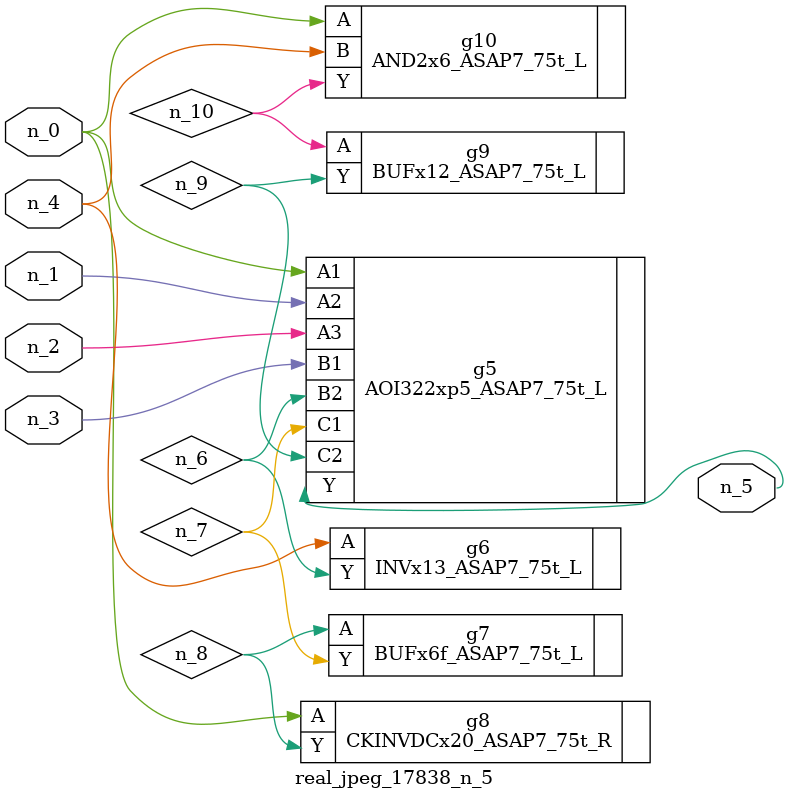
<source format=v>
module real_jpeg_17838_n_5 (n_4, n_0, n_1, n_2, n_3, n_5);

input n_4;
input n_0;
input n_1;
input n_2;
input n_3;

output n_5;

wire n_8;
wire n_6;
wire n_7;
wire n_10;
wire n_9;

AOI322xp5_ASAP7_75t_L g5 ( 
.A1(n_0),
.A2(n_1),
.A3(n_2),
.B1(n_3),
.B2(n_6),
.C1(n_7),
.C2(n_9),
.Y(n_5)
);

CKINVDCx20_ASAP7_75t_R g8 ( 
.A(n_0),
.Y(n_8)
);

AND2x6_ASAP7_75t_L g10 ( 
.A(n_0),
.B(n_4),
.Y(n_10)
);

INVx13_ASAP7_75t_L g6 ( 
.A(n_4),
.Y(n_6)
);

BUFx6f_ASAP7_75t_L g7 ( 
.A(n_8),
.Y(n_7)
);

BUFx12_ASAP7_75t_L g9 ( 
.A(n_10),
.Y(n_9)
);


endmodule
</source>
